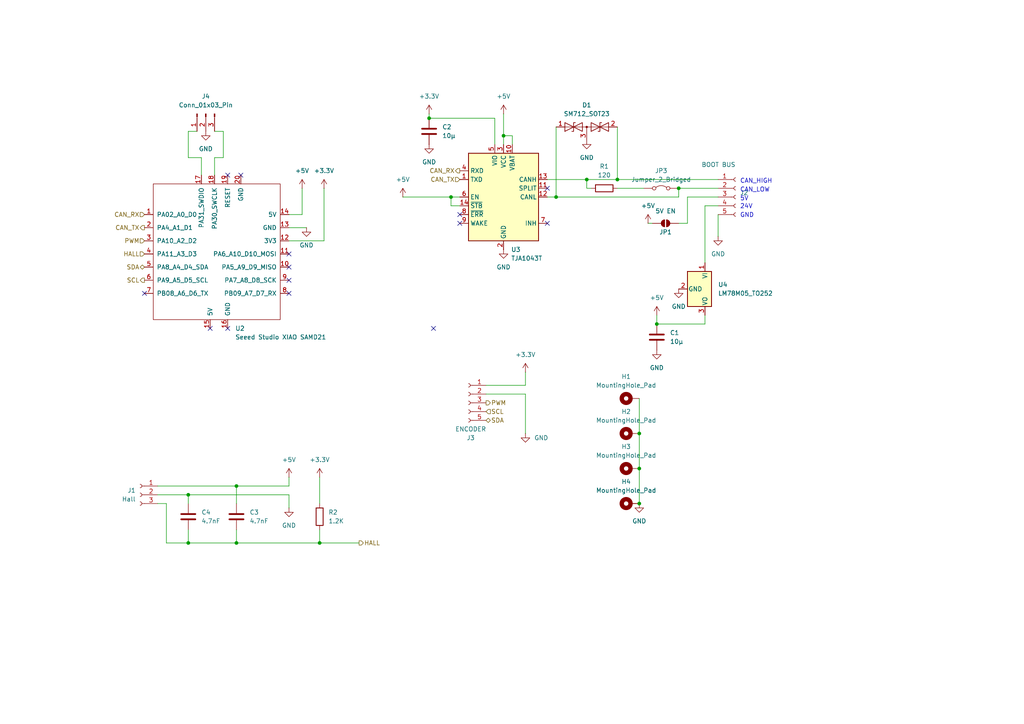
<source format=kicad_sch>
(kicad_sch (version 20231120) (generator "eeschema") (generator_version "8.0")
  (paper "A4")
  (title_block (title "WannSea Throttle Rev 1"))
  (lib_symbols
    (symbol "Connector:Conn_01x03_Pin" (pin_names (offset 1.016) hide)
      (property "Reference" "J" (at 0 5.08 0))
      (property "Value" "Conn_01x03_Pin" (at 0 -5.08 0))
      (symbol "Conn_01x03_Pin_1_1"
        (polyline (pts (xy 1.27 -2.54) (xy 0.8636 -2.54)) (stroke (width 0.1524)))
        (polyline (pts (xy 1.27 0) (xy 0.8636 0)) (stroke (width 0.1524)))
        (polyline (pts (xy 1.27 2.54) (xy 0.8636 2.54)) (stroke (width 0.1524)))
        (rectangle (start 0.8636 -2.413) (end 0 -2.667) (stroke (width 0.1524)) (fill (type outline)))
        (rectangle (start 0.8636 0.127) (end 0 -0.127) (stroke (width 0.1524)) (fill (type outline)))
        (rectangle (start 0.8636 2.667) (end 0 2.413) (stroke (width 0.1524)) (fill (type outline)))
        (pin passive line (at 5.08 2.54 180) (length 3.81) (name "Pin_1") (number "1"))
        (pin passive line (at 5.08 0 180) (length 3.81) (name "Pin_2") (number "2"))
        (pin passive line (at 5.08 -2.54 180) (length 3.81) (name "Pin_3") (number "3"))
      )
    )
    (symbol "Connector:Conn_01x05_Socket" (pin_names (offset 1.016) hide)
      (property "Reference" "J" (at 0 7.62 0))
      (property "Value" "Conn_01x05_Socket" (at 0 -7.62 0))
      (symbol "Conn_01x05_Socket_1_1"
        (arc (start 0 -4.572) (mid -0.5058 -5.08) (end 0 -5.588) (stroke (width 0.1524)))
        (arc (start 0 -2.032) (mid -0.5058 -2.54) (end 0 -3.048) (stroke (width 0.1524)))
        (polyline (pts (xy -1.27 -5.08) (xy -0.508 -5.08)) (stroke (width 0.1524)))
        (polyline (pts (xy -1.27 -2.54) (xy -0.508 -2.54)) (stroke (width 0.1524)))
        (polyline (pts (xy -1.27 0) (xy -0.508 0)) (stroke (width 0.1524)))
        (polyline (pts (xy -1.27 2.54) (xy -0.508 2.54)) (stroke (width 0.1524)))
        (polyline (pts (xy -1.27 5.08) (xy -0.508 5.08)) (stroke (width 0.1524)))
        (arc (start 0 0.508) (mid -0.5058 0) (end 0 -0.508) (stroke (width 0.1524)))
        (arc (start 0 3.048) (mid -0.5058 2.54) (end 0 2.032) (stroke (width 0.1524)))
        (arc (start 0 5.588) (mid -0.5058 5.08) (end 0 4.572) (stroke (width 0.1524)))
        (pin passive line (at -5.08 5.08 0) (length 3.81) (name "Pin_1") (number "1"))
        (pin passive line (at -5.08 2.54 0) (length 3.81) (name "Pin_2") (number "2"))
        (pin passive line (at -5.08 0 0) (length 3.81) (name "Pin_3") (number "3"))
        (pin passive line (at -5.08 -2.54 0) (length 3.81) (name "Pin_4") (number "4"))
        (pin passive line (at -5.08 -5.08 0) (length 3.81) (name "Pin_5") (number "5"))
      )
    )
    (symbol "Device:C" (pin_numbers hide) (pin_names (offset 0.254))
      (property "Reference" "C" (at 0.635 2.54 0))
      (property "Value" "C" (at 0.635 -2.54 0))
      (symbol "C_0_1"
        (polyline (pts (xy -2.032 -0.762) (xy 2.032 -0.762)) (stroke (width 0.508)))
        (polyline (pts (xy -2.032 0.762) (xy 2.032 0.762)) (stroke (width 0.508)))
      )
      (symbol "C_1_1"
        (pin passive line (at 0 3.81 270) (length 2.794) (name "~") (number "1"))
        (pin passive line (at 0 -3.81 90) (length 2.794) (name "~") (number "2"))
      )
    )
    (symbol "Device:R" (pin_numbers hide) (pin_names (offset 0))
      (property "Reference" "R" (at 2.032 0 90))
      (property "Value" "R" (at 0 0 90))
      (symbol "R_0_1"
        (rectangle (start -1.016 -2.54) (end 1.016 2.54) (stroke (width 0.254)))
      )
      (symbol "R_1_1"
        (pin passive line (at 0 3.81 270) (length 1.27) (name "~") (number "1"))
        (pin passive line (at 0 -3.81 90) (length 1.27) (name "~") (number "2"))
      )
    )
    (symbol "Diode:SM712_SOT23" (pin_names (offset 1.016) hide)
      (property "Reference" "D" (at 0 4.445 0))
      (property "Value" "SM712_SOT23" (at 0 2.54 0))
      (symbol "SM712_SOT23_0_0"
        (polyline (pts (xy 0 -1.27) (xy 0 0)))
      )
      (symbol "SM712_SOT23_0_1"
        (polyline (pts (xy -6.35 0) (xy 6.35 0)))
        (polyline (pts (xy -3.302 1.27) (xy -3.81 1.27) (xy -3.81 -1.27) (xy -4.318 -1.27)) (stroke (width 0.2032)))
        (polyline (pts (xy 4.318 1.27) (xy 3.81 1.27) (xy 3.81 -1.27) (xy 3.302 -1.27)) (stroke (width 0.2032)))
        (polyline (pts (xy -6.35 -1.27) (xy -1.27 1.27) (xy -1.27 -1.27) (xy -6.35 1.27) (xy -6.35 -1.27)) (stroke (width 0.2032)))
        (polyline (pts (xy 1.27 -1.27) (xy 1.27 1.27) (xy 6.35 -1.27) (xy 6.35 1.27) (xy 1.27 -1.27)) (stroke (width 0.2032)))
        (circle (center 0 0) (radius 0.254) (fill (type outline)))
      )
      (symbol "SM712_SOT23_1_1"
        (pin passive line (at -8.89 0 0) (length 2.54) (name "A1") (number "1"))
        (pin passive line (at 8.89 0 180) (length 2.54) (name "A2") (number "2"))
        (pin input line (at 0 -3.81 90) (length 2.54) (name "common") (number "3"))
      )
    )
    (symbol "Jumper:Jumper_2_Bridged" (pin_numbers hide) (pin_names (offset 0) hide) (exclude_from_sim yes)
      (property "Reference" "JP" (at 0 1.905 0))
      (property "Value" "Jumper_2_Bridged" (at 0 -2.54 0))
      (symbol "Jumper_2_Bridged_0_0"
        (circle (center -2.032 0) (radius 0.508))
        (circle (center 2.032 0) (radius 0.508))
      )
      (symbol "Jumper_2_Bridged_0_1"
        (arc (start 1.524 0.254) (mid 0 0.762) (end -1.524 0.254))
      )
      (symbol "Jumper_2_Bridged_1_1"
        (pin passive line (at -5.08 0 0) (length 2.54) (name "A") (number "1"))
        (pin passive line (at 5.08 0 180) (length 2.54) (name "B") (number "2"))
      )
    )
    (symbol "Jumper:SolderJumper_2_Open" (pin_numbers hide) (pin_names (offset 0) hide) (exclude_from_sim yes) (in_bom no)
      (property "Reference" "JP" (at 0 2.032 0))
      (property "Value" "SolderJumper_2_Open" (at 0 -2.54 0))
      (symbol "SolderJumper_2_Open_0_1"
        (arc (start -0.254 1.016) (mid -1.2656 0) (end -0.254 -1.016))
        (arc (start -0.254 1.016) (mid -1.2656 0) (end -0.254 -1.016) (fill (type outline)))
        (polyline (pts (xy -0.254 1.016) (xy -0.254 -1.016)))
        (polyline (pts (xy 0.254 1.016) (xy 0.254 -1.016)))
        (arc (start 0.254 -1.016) (mid 1.2656 0) (end 0.254 1.016))
        (arc (start 0.254 -1.016) (mid 1.2656 0) (end 0.254 1.016) (fill (type outline)))
      )
      (symbol "SolderJumper_2_Open_1_1"
        (pin passive line (at -3.81 0 0) (length 2.54) (name "A") (number "1"))
        (pin passive line (at 3.81 0 180) (length 2.54) (name "B") (number "2"))
      )
    )
    (symbol "Mechanical:MountingHole_Pad" (pin_numbers hide) (pin_names (offset 1.016) hide) (exclude_from_sim yes) (in_bom no)
      (property "Reference" "H" (at 0 6.35 0))
      (property "Value" "MountingHole_Pad" (at 0 4.445 0))
      (symbol "MountingHole_Pad_0_1"
        (circle (center 0 1.27) (radius 1.27) (stroke (width 1.27)))
      )
      (symbol "MountingHole_Pad_1_1"
        (pin input line (at 0 -2.54 90) (length 2.54) (name "1") (number "1"))
      )
    )
    (symbol "Regulator_Linear:LM78M05_TO252" (pin_names (offset 0.254))
      (property "Reference" "U" (at -3.81 3.175 0))
      (property "Value" "LM78M05_TO252" (at 0 3.175 0))
      (symbol "LM78M05_TO252_0_1"
        (rectangle (start -5.08 1.905) (end 5.08 -5.08) (stroke (width 0.254)) (fill (type background)))
      )
      (symbol "LM78M05_TO252_1_1"
        (pin power_in line (at -7.62 0 0) (length 2.54) (name "VI") (number "1"))
        (pin power_in line (at 0 -7.62 90) (length 2.54) (name "GND") (number "2"))
        (pin power_out line (at 7.62 0 180) (length 2.54) (name "VO") (number "3"))
      )
    )
    (symbol "gashebel_custom:Conn_01x03_Socket_Hall" (pin_names (offset 1.016) hide)
      (property "Reference" "J1" (at 1.27 1.2701 0))
      (property "Value" "Hall" (at 1.27 -1.2699 0))
      (symbol "Conn_01x03_Socket_Hall_1_1"
        (arc (start 0 -2.032) (mid -0.5058 -2.54) (end 0 -3.048) (stroke (width 0.1524)))
        (polyline (pts (xy -1.27 -2.54) (xy -0.508 -2.54)) (stroke (width 0.1524)))
        (polyline (pts (xy -1.27 0) (xy -0.508 0)) (stroke (width 0.1524)))
        (polyline (pts (xy -1.27 2.54) (xy -0.508 2.54)) (stroke (width 0.1524)))
        (arc (start 0 0.508) (mid -0.5058 0) (end 0 -0.508) (stroke (width 0.1524)))
        (arc (start 0 3.048) (mid -0.5058 2.54) (end 0 2.032) (stroke (width 0.1524)))
        (pin power_in line (at -5.08 2.54 0) (length 3.81) (name "Pin_1") (number "1"))
        (pin power_in line (at -5.08 0 0) (length 3.81) (name "Pin_2") (number "2"))
        (pin output line (at -5.08 -2.54 0) (length 3.81) (name "Pin_3") (number "3"))
      )
    )
    (symbol "gashebel_custom:Conn_01x05_Socket_1_Boot_Bus" (pin_names (offset 1.016) hide)
      (property "Reference" "J2" (at 1.27 1.2701 0))
      (property "Value" "BOOT BUS" (at -9.906 9.398 0))
      (symbol "Conn_01x05_Socket_1_Boot_Bus_1_1"
        (arc (start 0 -4.572) (mid -0.5058 -5.08) (end 0 -5.588) (stroke (width 0.1524)))
        (arc (start 0 -2.032) (mid -0.5058 -2.54) (end 0 -3.048) (stroke (width 0.1524)))
        (polyline (pts (xy -1.27 -5.08) (xy -0.508 -5.08)) (stroke (width 0.1524)))
        (polyline (pts (xy -1.27 -2.54) (xy -0.508 -2.54)) (stroke (width 0.1524)))
        (polyline (pts (xy -1.27 0) (xy -0.508 0)) (stroke (width 0.1524)))
        (polyline (pts (xy -1.27 2.54) (xy -0.508 2.54)) (stroke (width 0.1524)))
        (polyline (pts (xy -1.27 5.08) (xy -0.508 5.08)) (stroke (width 0.1524)))
        (arc (start 0 0.508) (mid -0.5058 0) (end 0 -0.508) (stroke (width 0.1524)))
        (arc (start 0 3.048) (mid -0.5058 2.54) (end 0 2.032) (stroke (width 0.1524)))
        (arc (start 0 5.588) (mid -0.5058 5.08) (end 0 4.572) (stroke (width 0.1524)))
        (pin passive line (at -5.08 5.08 0) (length 3.81) (name "Pin_1") (number "1"))
        (pin passive line (at -5.08 2.54 0) (length 3.81) (name "Pin_2") (number "2"))
        (pin power_out line (at -5.08 0 0) (length 3.81) (name "Pin_3") (number "3"))
        (pin power_out line (at -5.08 -2.54 0) (length 3.81) (name "Pin_4") (number "4"))
        (pin power_out line (at -5.08 -5.08 0) (length 3.81) (name "Pin_5") (number "5"))
      )
    )
    (symbol "gashebel_custom:Seeed_Studio_XIAO_SAMD21" (pin_names (offset 1.016))
      (property "Reference" "U2" (at 4.7341 -21.59 0))
      (property "Value" "Seeed_Studio_XIAO_SAMD21" (at 4.7341 -24.13 0))
      (symbol "Seeed_Studio_XIAO_SAMD21_0_1"
        (rectangle (start -19.05 20.32) (end 17.78 -19.05))
      )
      (symbol "Seeed_Studio_XIAO_SAMD21_1_1"
        (pin input line (at -21.59 11.43 0) (length 2.54) (name "PA02_A0_D0") (number "1"))
        (pin unspecified line (at 20.32 -3.81 180) (length 2.54) (name "PA5_A9_D9_MISO") (number "10"))
        (pin unspecified line (at 20.32 0 180) (length 2.54) (name "PA6_A10_D10_MOSI") (number "11"))
        (pin power_out line (at 20.32 3.81 180) (length 2.54) (name "3V3") (number "12"))
        (pin power_in line (at 20.32 7.62 180) (length 2.54) (name "GND") (number "13"))
        (pin power_in line (at 20.32 11.43 180) (length 2.54) (name "5V") (number "14"))
        (pin power_in line (at -2.54 -21.59 90) (length 2.54) (name "5V") (number "15"))
        (pin power_in line (at 2.54 -21.59 90) (length 2.54) (name "GND") (number "16"))
        (pin input line (at -5.08 22.86 270) (length 2.54) (name "PA31_SWDIO") (number "17"))
        (pin input line (at -1.27 22.86 270) (length 2.54) (name "PA30_SWCLK") (number "18"))
        (pin input line (at 2.54 22.86 270) (length 2.54) (name "RESET") (number "19"))
        (pin output line (at -21.59 7.62 0) (length 2.54) (name "PA4_A1_D1") (number "2"))
        (pin power_in line (at 6.35 22.86 270) (length 2.54) (name "GND") (number "20"))
        (pin input line (at -21.59 3.81 0) (length 2.54) (name "PA10_A2_D2") (number "3"))
        (pin input line (at -21.59 0 0) (length 2.54) (name "PA11_A3_D3") (number "4"))
        (pin bidirectional line (at -21.59 -3.81 0) (length 2.54) (name "PA8_A4_D4_SDA") (number "5"))
        (pin output line (at -21.59 -7.62 0) (length 2.54) (name "PA9_A5_D5_SCL") (number "6"))
        (pin unspecified line (at -21.59 -11.43 0) (length 2.54) (name "PB08_A6_D6_TX") (number "7"))
        (pin unspecified line (at 20.32 -11.43 180) (length 2.54) (name "PB09_A7_D7_RX") (number "8"))
        (pin unspecified line (at 20.32 -7.62 180) (length 2.54) (name "PA7_A8_D8_SCK") (number "9"))
      )
    )
    (symbol "power:+3.3V" (power) (pin_numbers hide) (pin_names (offset 0) hide)
      (property "Value" "+3.3V" (at 0 3.556 0))
      (symbol "+3.3V_0_1"
        (polyline (pts (xy -0.762 1.27) (xy 0 2.54)))
        (polyline (pts (xy 0 0) (xy 0 2.54)))
        (polyline (pts (xy 0 2.54) (xy 0.762 1.27)))
      )
      (symbol "+3.3V_1_1"
        (pin power_in line (at 0 0 90) (length 0) (name "~") (number "1"))
      )
    )
    (symbol "power:+5V" (power) (pin_numbers hide) (pin_names (offset 0) hide)
      (property "Value" "+5V" (at 0 3.556 0))
      (symbol "+5V_0_1"
        (polyline (pts (xy -0.762 1.27) (xy 0 2.54)))
        (polyline (pts (xy 0 0) (xy 0 2.54)))
        (polyline (pts (xy 0 2.54) (xy 0.762 1.27)))
      )
      (symbol "+5V_1_1"
        (pin power_in line (at 0 0 90) (length 0) (name "~") (number "1"))
      )
    )
    (symbol "power:GND" (power) (pin_numbers hide) (pin_names (offset 0) hide)
      (property "Value" "GND" (at 0 -3.81 0))
      (symbol "GND_0_1"
        (polyline (pts (xy 0 0) (xy 0 -1.27) (xy 1.27 -1.27) (xy 0 -2.54) (xy -1.27 -1.27) (xy 0 -1.27)))
      )
      (symbol "GND_1_1"
        (pin power_in line (at 0 0 270) (length 0) (name "~") (number "1"))
      )
    )
    (symbol "wannsea:TJA1043T"
      (property "Reference" "U26" (at 2.0194 -15.24 0))
      (property "Value" "TJA1043T" (at 2.0194 -17.78 0))
      (symbol "TJA1043T_0_1"
        (rectangle (start -10.16 12.7) (end 10.16 -12.7) (stroke (width 0.254)) (fill (type background)))
      )
      (symbol "TJA1043T_1_1"
        (pin input line (at -12.7 5.08 0) (length 2.54) (name "TXD") (number "1"))
        (pin passive line (at 2.54 15.24 270) (length 2.54) (name "VBAT") (number "10"))
        (pin output line (at 12.7 2.54 180) (length 2.54) (name "SPLIT") (number "11"))
        (pin bidirectional line (at 12.7 0 180) (length 2.54) (name "CANL") (number "12"))
        (pin bidirectional line (at 12.7 5.08 180) (length 2.54) (name "CANH") (number "13"))
        (pin input line (at -12.7 -2.54 0) (length 2.54) (name "~{STB}") (number "14"))
        (pin passive line (at 0 -15.24 90) (length 2.54) (name "GND") (number "2"))
        (pin passive line (at 0 15.24 270) (length 2.54) (name "VCC") (number "3"))
        (pin output line (at -12.7 7.62 0) (length 2.54) (name "RXD") (number "4"))
        (pin passive line (at -2.54 15.24 270) (length 2.54) (name "VIO") (number "5"))
        (pin input line (at -12.7 0 0) (length 2.54) (name "EN") (number "6"))
        (pin open_emitter line (at 12.7 -7.62 180) (length 2.54) (name "INH") (number "7"))
        (pin output line (at -12.7 -5.08 0) (length 2.54) (name "~{ERR}") (number "8"))
        (pin input line (at -12.7 -7.62 0) (length 2.54) (name "WAKE") (number "9"))
      )
    )
  )
  (junction (at 124.46 34.29))
  (junction (at 68.58 140.97))
  (junction (at 92.71 157.48))
  (junction (at 68.58 157.48))
  (junction (at 179.07 52.07))
  (junction (at 185.42 135.89))
  (junction (at 54.61 157.48))
  (junction (at 54.61 143.51))
  (junction (at 185.42 125.73))
  (junction (at 170.18 52.07))
  (junction (at 185.42 146.05))
  (junction (at 190.5 93.98))
  (junction (at 196.85 54.61))
  (junction (at 146.05 39.37))
  (junction (at 130.81 57.15))
  (junction (at 161.29 57.15))
  (no_connect (at 66.04 50.8))
  (no_connect (at 69.85 50.8))
  (no_connect (at 83.82 85.09))
  (no_connect (at 158.75 54.61))
  (no_connect (at 66.04 95.25))
  (no_connect (at 133.35 64.77))
  (no_connect (at 83.82 77.47))
  (no_connect (at 158.75 64.77))
  (no_connect (at 125.73 95.25))
  (no_connect (at 133.35 62.23))
  (no_connect (at 83.82 81.28))
  (no_connect (at 83.82 73.66))
  (no_connect (at 41.91 85.09))
  (no_connect (at 60.96 95.25))
  (wire (pts (xy 58.42 45.72) (xy 54.61 45.72)))
  (wire (pts (xy 83.82 66.04) (xy 88.9 66.04)))
  (wire (pts (xy 83.82 140.97) (xy 83.82 138.43)))
  (wire (pts (xy 185.42 125.73) (xy 185.42 135.89)))
  (wire (pts (xy 45.72 143.51) (xy 54.61 143.51)))
  (wire (pts (xy 48.26 146.05) (xy 45.72 146.05)))
  (wire (pts (xy 64.77 38.1) (xy 64.77 45.72)))
  (wire (pts (xy 208.28 57.15) (xy 199.39 57.15)))
  (wire (pts (xy 158.75 52.07) (xy 170.18 52.07)))
  (wire (pts (xy 152.4 114.3) (xy 152.4 125.73)))
  (wire (pts (xy 68.58 140.97) (xy 68.58 146.05)))
  (wire (pts (xy 140.97 111.76) (xy 152.4 111.76)))
  (wire (pts (xy 64.77 38.1) (xy 62.23 38.1)))
  (wire (pts (xy 148.59 39.37) (xy 146.05 39.37)))
  (wire (pts (xy 199.39 57.15) (xy 199.39 64.77)))
  (wire (pts (xy 196.85 57.15) (xy 161.29 57.15)))
  (wire (pts (xy 92.71 157.48) (xy 104.14 157.48)))
  (wire (pts (xy 190.5 93.98) (xy 190.5 91.44)))
  (wire (pts (xy 54.61 38.1) (xy 54.61 45.72)))
  (wire (pts (xy 204.47 93.98) (xy 204.47 91.44)))
  (wire (pts (xy 54.61 143.51) (xy 83.82 143.51)))
  (wire (pts (xy 170.18 54.61) (xy 171.45 54.61)))
  (wire (pts (xy 54.61 146.05) (xy 54.61 143.51)))
  (wire (pts (xy 161.29 57.15) (xy 158.75 57.15)))
  (wire (pts (xy 45.72 140.97) (xy 68.58 140.97)))
  (wire (pts (xy 140.97 114.3) (xy 152.4 114.3)))
  (wire (pts (xy 83.82 69.85) (xy 93.98 69.85)))
  (wire (pts (xy 204.47 59.69) (xy 204.47 76.2)))
  (wire (pts (xy 179.07 54.61) (xy 186.69 54.61)))
  (wire (pts (xy 54.61 38.1) (xy 57.15 38.1)))
  (wire (pts (xy 48.26 157.48) (xy 54.61 157.48)))
  (wire (pts (xy 54.61 157.48) (xy 54.61 153.67)))
  (wire (pts (xy 130.81 59.69) (xy 133.35 59.69)))
  (wire (pts (xy 48.26 157.48) (xy 48.26 146.05)))
  (wire (pts (xy 87.63 54.61) (xy 87.63 62.23)))
  (wire (pts (xy 170.18 52.07) (xy 179.07 52.07)))
  (wire (pts (xy 196.85 54.61) (xy 196.85 57.15)))
  (wire (pts (xy 179.07 52.07) (xy 208.28 52.07)))
  (wire (pts (xy 116.84 57.15) (xy 130.81 57.15)))
  (wire (pts (xy 62.23 45.72) (xy 62.23 50.8)))
  (wire (pts (xy 196.85 64.77) (xy 199.39 64.77)))
  (wire (pts (xy 148.59 41.91) (xy 148.59 39.37)))
  (wire (pts (xy 152.4 111.76) (xy 152.4 107.95)))
  (wire (pts (xy 54.61 157.48) (xy 68.58 157.48)))
  (wire (pts (xy 83.82 143.51) (xy 83.82 147.32)))
  (wire (pts (xy 64.77 45.72) (xy 62.23 45.72)))
  (wire (pts (xy 130.81 57.15) (xy 130.81 59.69)))
  (wire (pts (xy 190.5 93.98) (xy 204.47 93.98)))
  (wire (pts (xy 124.46 33.02) (xy 124.46 34.29)))
  (wire (pts (xy 92.71 153.67) (xy 92.71 157.48)))
  (wire (pts (xy 58.42 45.72) (xy 58.42 50.8)))
  (wire (pts (xy 124.46 34.29) (xy 143.51 34.29)))
  (wire (pts (xy 187.96 64.77) (xy 189.23 64.77)))
  (wire (pts (xy 87.63 62.23) (xy 83.82 62.23)))
  (wire (pts (xy 185.42 135.89) (xy 185.42 146.05)))
  (wire (pts (xy 146.05 33.02) (xy 146.05 39.37)))
  (wire (pts (xy 130.81 57.15) (xy 133.35 57.15)))
  (wire (pts (xy 208.28 68.58) (xy 208.28 62.23)))
  (wire (pts (xy 93.98 69.85) (xy 93.98 54.61)))
  (wire (pts (xy 161.29 36.83) (xy 161.29 57.15)))
  (wire (pts (xy 68.58 157.48) (xy 92.71 157.48)))
  (wire (pts (xy 143.51 34.29) (xy 143.51 41.91)))
  (wire (pts (xy 185.42 115.57) (xy 185.42 125.73)))
  (wire (pts (xy 170.18 52.07) (xy 170.18 54.61)))
  (wire (pts (xy 146.05 39.37) (xy 146.05 41.91)))
  (wire (pts (xy 92.71 138.43) (xy 92.71 146.05)))
  (wire (pts (xy 179.07 36.83) (xy 179.07 52.07)))
  (wire (pts (xy 68.58 140.97) (xy 83.82 140.97)))
  (wire (pts (xy 204.47 59.69) (xy 208.28 59.69)))
  (wire (pts (xy 68.58 153.67) (xy 68.58 157.48)))
  (wire (pts (xy 196.85 54.61) (xy 208.28 54.61)))
  (text "CAN_HIGH" (at 214.63 53.34 0) (effects (font (size 1.27 1.27)) (justify left bottom)))
  (text "CAN_LOW\n" (at 214.63 55.88 0) (effects (font (size 1.27 1.27)) (justify left bottom)))
  (text "24V\n" (at 214.63 60.706 0) (effects (font (size 1.27 1.27)) (justify left bottom)))
  (text "GND\n" (at 214.63 63.246 0) (effects (font (size 1.27 1.27)) (justify left bottom)))
  (text "5V\n" (at 214.63 58.42 0) (effects (font (size 1.27 1.27)) (justify left bottom)))
  (hierarchical_label "SDA" (shape bidirectional) (at 41.91 77.47 180))
  (hierarchical_label "HALL" (shape input) (at 41.91 73.66 180))
  (hierarchical_label "CAN_RX" (shape output) (at 133.35 49.53 180))
  (hierarchical_label "SDA" (shape bidirectional) (at 140.97 121.92 0))
  (hierarchical_label "CAN_TX" (shape input) (at 133.35 52.07 180))
  (hierarchical_label "SCL" (shape output) (at 41.91 81.28 180))
  (hierarchical_label "CAN_RX" (shape input) (at 41.91 62.23 180))
  (hierarchical_label "HALL" (shape output) (at 104.14 157.48 0))
  (hierarchical_label "PWM" (shape input) (at 41.91 69.85 180))
  (hierarchical_label "SCL" (shape input) (at 140.97 119.38 0))
  (hierarchical_label "CAN_TX" (shape output) (at 41.91 66.04 180))
  (hierarchical_label "PWM" (shape output) (at 140.97 116.84 0))
  (symbol (lib_id "power:+3.3V") (at 124.46 33.02 0) (unit 1)
    (property "Reference" "#PWR08" (effects (hide yes)))
    (property "Value" "+3.3V" (at 124.46 27.94 0))
    (property "Description" "Power symbol creates a global label with name \"+3.3V\"" (effects (hide yes)))
  )
  (symbol (lib_id "Connector:Conn_01x03_Pin") (at 59.69 33.02 90) (mirror x) (unit 1)
    (property "Reference" "J4" (at 59.69 27.94 90))
    (property "Value" "Conn_01x03_Pin" (at 59.69 30.48 90))
    (property "Footprint" "Connector_PinHeader_2.54mm:PinHeader_1x03_P2.54mm_Vertical" (effects (hide yes)))
    (property "Description" "Generic connector, single row, 01x03, script generated" (effects (hide yes)))
  )
  (symbol (lib_id "Device:C") (at 54.61 149.86 0) (unit 1)
    (property "Reference" "C4" (at 58.42 148.59 0) (effects (justify left)))
    (property "Value" "4.7nF" (at 58.42 151.13 0) (effects (justify left)))
    (property "Footprint" "Capacitor_SMD:C_1206_3216Metric_Pad1.33x1.80mm_HandSolder" (effects (hide yes)))
    (property "Description" "Unpolarized capacitor" (effects (hide yes)))
  )
  (symbol (lib_id "Mechanical:MountingHole_Pad") (at 182.88 125.73 90) (unit 1) (exclude_from_sim yes) (in_bom no)
    (property "Reference" "H2" (at 181.61 119.38 90))
    (property "Value" "MountingHole_Pad" (at 181.61 121.92 90))
    (property "Footprint" "MountingHole:MountingHole_3.2mm_M3_Pad_TopBottom" (effects (hide yes)))
    (property "Description" "Mounting Hole with connection" (effects (hide yes)))
  )
  (symbol (lib_id "power:GND") (at 208.28 68.58 0) (unit 1)
    (property "Reference" "#PWR01" (effects (hide yes)))
    (property "Value" "GND" (at 208.28 73.66 0))
    (property "Description" "Power symbol creates a global label with name \"GND\" , ground" (effects (hide yes)))
  )
  (symbol (lib_id "power:+3.3V") (at 93.98 54.61 0) (unit 1)
    (property "Reference" "#PWR09" (effects (hide yes)))
    (property "Value" "+3.3V" (at 93.98 49.53 0))
    (property "Description" "Power symbol creates a global label with name \"+3.3V\"" (effects (hide yes)))
  )
  (symbol (lib_id "power:+3.3V") (at 92.71 138.43 0) (unit 1)
    (property "Reference" "#PWR017" (effects (hide yes)))
    (property "Value" "+3.3V" (at 92.71 133.35 0))
    (property "Description" "Power symbol creates a global label with name \"+3.3V\"" (effects (hide yes)))
  )
  (symbol (lib_id "power:+5V") (at 190.5 91.44 0) (unit 1)
    (property "Reference" "#PWR03" (effects (hide yes)))
    (property "Value" "+5V" (at 190.5 86.36 0))
    (property "Description" "Power symbol creates a global label with name \"+5V\"" (effects (hide yes)))
  )
  (symbol (lib_id "Device:R") (at 92.71 149.86 0) (unit 1)
    (property "Reference" "R2" (at 95.25 148.5899 0) (effects (justify left)))
    (property "Value" "1.2K" (at 95.25 151.1299 0) (effects (justify left)))
    (property "Footprint" "Resistor_SMD:R_1206_3216Metric_Pad1.30x1.75mm_HandSolder" (effects (hide yes)))
    (property "Description" "Resistor" (effects (hide yes)))
  )
  (symbol (lib_id "power:GND") (at 196.85 83.82 0) (unit 1)
    (property "Reference" "#PWR02" (effects (hide yes)))
    (property "Value" "GND" (at 196.85 88.9 0))
    (property "Description" "Power symbol creates a global label with name \"GND\" , ground" (effects (hide yes)))
  )
  (symbol (lib_id "Mechanical:MountingHole_Pad") (at 182.88 135.89 90) (unit 1) (exclude_from_sim yes) (in_bom no)
    (property "Reference" "H3" (at 181.61 129.54 90))
    (property "Value" "MountingHole_Pad" (at 181.61 132.08 90))
    (property "Footprint" "MountingHole:MountingHole_3.2mm_M3_Pad_TopBottom" (effects (hide yes)))
    (property "Description" "Mounting Hole with connection" (effects (hide yes)))
  )
  (symbol (lib_id "power:+5V") (at 87.63 54.61 0) (unit 1)
    (property "Reference" "#PWR011" (effects (hide yes)))
    (property "Value" "+5V" (at 87.63 49.53 0))
    (property "Description" "Power symbol creates a global label with name \"+5V\"" (effects (hide yes)))
  )
  (symbol (lib_id "Device:C") (at 190.5 97.79 0) (unit 1)
    (property "Reference" "C1" (at 194.31 96.5199 0) (effects (justify left)))
    (property "Value" "10µ" (at 194.31 99.0599 0) (effects (justify left)))
    (property "Footprint" "Capacitor_SMD:C_1206_3216Metric_Pad1.33x1.80mm_HandSolder" (effects (hide yes)))
    (property "Description" "Unpolarized capacitor" (effects (hide yes)))
  )
  (symbol (lib_id "power:+3.3V") (at 152.4 107.95 0) (mirror y) (unit 1)
    (property "Reference" "#PWR021" (effects (hide yes)))
    (property "Value" "+3.3V" (at 152.4 102.87 0))
    (property "Description" "Power symbol creates a global label with name \"+3.3V\"" (effects (hide yes)))
  )
  (symbol (lib_id "Diode:SM712_SOT23") (at 170.18 36.83 0) (unit 1)
    (property "Reference" "D1" (at 170.18 30.48 0))
    (property "Value" "SM712_SOT23" (at 170.18 33.02 0))
    (property "Footprint" "Package_TO_SOT_SMD:SOT-23" (effects (hide yes)))
    (property "Datasheet" "https://www.littelfuse.com/~/media/electronics/datasheets/tvs_diode_arrays/littelfuse_tvs_diode_array_sm712_datasheet.pdf.pdf" (effects (hide yes)))
    (property "Description" "7V/12V, 600W Asymmetrical TVS Diode Array, SOT-23" (effects (hide yes)))
  )
  (symbol (lib_id "Mechanical:MountingHole_Pad") (at 182.88 146.05 90) (unit 1) (exclude_from_sim yes) (in_bom no)
    (property "Reference" "H4" (at 181.61 139.7 90))
    (property "Value" "MountingHole_Pad" (at 181.61 142.24 90))
    (property "Footprint" "MountingHole:MountingHole_3.2mm_M3_Pad_TopBottom" (effects (hide yes)))
    (property "Description" "Mounting Hole with connection" (effects (hide yes)))
  )
  (symbol (lib_id "wannsea:TJA1043T") (at 146.05 57.15 0) (unit 1)
    (property "Reference" "U3" (at 148.2441 72.39 0) (effects (justify left)))
    (property "Value" "TJA1043T" (at 148.2441 74.93 0) (effects (justify left)))
    (property "Footprint" "Package_SO:SOIC-14_3.9x8.7mm_P1.27mm" (effects (hide yes)))
    (property "Datasheet" "https://www.nxp.com/docs/en/data-sheet/TJA1043.pdf" (effects (hide yes)))
  )
  (symbol (lib_id "Device:C") (at 68.58 149.86 0) (unit 1)
    (property "Reference" "C3" (at 72.39 148.5899 0) (effects (justify left)))
    (property "Value" "4.7nF" (at 72.39 151.1299 0) (effects (justify left)))
    (property "Footprint" "Capacitor_SMD:C_1206_3216Metric_Pad1.33x1.80mm_HandSolder" (effects (hide yes)))
    (property "Description" "Unpolarized capacitor" (effects (hide yes)))
  )
  (symbol (lib_id "Mechanical:MountingHole_Pad") (at 182.88 115.57 90) (unit 1) (exclude_from_sim yes) (in_bom no)
    (property "Reference" "H1" (at 181.61 109.22 90))
    (property "Value" "MountingHole_Pad" (at 181.61 111.76 90))
    (property "Footprint" "MountingHole:MountingHole_3.2mm_M3_Pad_TopBottom" (effects (hide yes)))
    (property "Description" "Mounting Hole with connection" (effects (hide yes)))
  )
  (symbol (lib_id "power:GND") (at 190.5 101.6 0) (unit 1)
    (property "Reference" "#PWR013" (effects (hide yes)))
    (property "Value" "GND" (at 190.5 106.68 0))
    (property "Description" "Power symbol creates a global label with name \"GND\" , ground" (effects (hide yes)))
  )
  (symbol (lib_id "power:GND") (at 185.42 146.05 0) (unit 1)
    (property "Reference" "#PWR016" (effects (hide yes)))
    (property "Value" "GND" (at 185.42 151.13 0))
    (property "Description" "Power symbol creates a global label with name \"GND\" , ground" (effects (hide yes)))
  )
  (symbol (lib_id "power:+5V") (at 187.96 64.77 0) (unit 1)
    (property "Reference" "#PWR015" (effects (hide yes)))
    (property "Value" "+5V" (at 187.96 59.69 0))
    (property "Description" "Power symbol creates a global label with name \"+5V\"" (effects (hide yes)))
  )
  (symbol (lib_id "power:GND") (at 152.4 125.73 0) (mirror y) (unit 1)
    (property "Reference" "#PWR020" (effects (hide yes)))
    (property "Value" "GND" (at 154.94 126.9999 0) (effects (justify right)))
    (property "Description" "Power symbol creates a global label with name \"GND\" , ground" (effects (hide yes)))
  )
  (symbol (lib_id "Device:R") (at 175.26 54.61 90) (unit 1)
    (property "Reference" "R1" (at 175.26 48.26 90))
    (property "Value" "120" (at 175.26 50.8 90))
    (property "Footprint" "Resistor_SMD:R_1206_3216Metric_Pad1.30x1.75mm_HandSolder" (effects (hide yes)))
    (property "Description" "Resistor" (effects (hide yes)))
  )
  (symbol (lib_id "Jumper:SolderJumper_2_Open") (at 193.04 64.77 180) (unit 1) (exclude_from_sim yes) (in_bom no)
    (property "Reference" "JP1" (at 193.04 67.31 0))
    (property "Value" "5V EN" (at 193.04 61.214 0))
    (property "Footprint" "Jumper:SolderJumper-2_P1.3mm_Open_Pad1.0x1.5mm" (effects (hide yes)))
    (property "Description" "Solder Jumper, 2-pole, open" (effects (hide yes)))
  )
  (symbol (lib_id "gashebel_custom:Conn_01x03_Socket_Hall") (at 40.64 143.51 0) (mirror y) (unit 1)
    (property "Reference" "J1" (at 39.37 142.2399 0) (effects (justify left)))
    (property "Value" "Hall" (at 39.37 144.7799 0) (effects (justify left)))
    (property "Footprint" "gashebel:JST_B3B-XH-A" (effects (hide yes)))
    (property "Description" "Generic connector, single row, 01x03, script generated" (effects (hide yes)))
  )
  (symbol (lib_id "Connector:Conn_01x05_Socket") (at 135.89 116.84 0) (mirror y) (unit 1)
    (property "Reference" "J3" (at 136.525 127 0))
    (property "Value" "ENCODER" (at 136.525 124.46 0))
    (property "Footprint" "gashebel:JST_B5B-XH-A" (effects (hide yes)))
    (property "Description" "Generic connector, single row, 01x05, script generated" (effects (hide yes)))
  )
  (symbol (lib_id "power:+5V") (at 146.05 33.02 0) (unit 1)
    (property "Reference" "#PWR07" (effects (hide yes)))
    (property "Value" "+5V" (at 146.05 27.94 0))
    (property "Description" "Power symbol creates a global label with name \"+5V\"" (effects (hide yes)))
  )
  (symbol (lib_id "Device:C") (at 124.46 38.1 180) (unit 1)
    (property "Reference" "C2" (at 128.27 36.8299 0) (effects (justify right)))
    (property "Value" "10µ" (at 128.27 39.3699 0) (effects (justify right)))
    (property "Footprint" "Capacitor_SMD:C_1206_3216Metric_Pad1.33x1.80mm_HandSolder" (effects (hide yes)))
    (property "Description" "Unpolarized capacitor" (effects (hide yes)))
  )
  (symbol (lib_id "gashebel_custom:Conn_01x05_Socket_1_Boot_Bus") (at 213.36 57.15 0) (unit 1)
    (property "Reference" "J2" (at 214.63 55.8799 0) (effects (justify left)))
    (property "Value" "BOOT BUS" (at 203.454 47.752 0) (effects (justify left)))
    (property "Footprint" "gashebel:JST_B5B-XH-A" (effects (hide yes)))
    (property "Description" "Generic connector, single row, 01x05, script generated" (effects (hide yes)))
  )
  (symbol (lib_id "gashebel_custom:Seeed_Studio_XIAO_SAMD21") (at 63.5 73.66 0) (unit 1)
    (property "Reference" "U2" (at 68.2341 95.25 0) (effects (justify left)))
    (property "Value" "Seeed Studio XIAO SAMD21" (at 68.2341 97.79 0) (effects (justify left)))
    (property "Footprint" "gashebel:XIAO-SAMD21-RP2040-14P-2.54-21X17.8MM (Seeeduino XIAO)" (effects (hide yes)))
  )
  (symbol (lib_id "Jumper:Jumper_2_Bridged") (at 191.77 54.61 0) (unit 1) (exclude_from_sim yes)
    (property "Reference" "JP3" (at 191.77 49.53 0))
    (property "Value" "Jumper_2_Bridged" (at 191.77 52.07 0))
    (property "Footprint" "Connector_PinHeader_2.54mm:PinHeader_1x02_P2.54mm_Vertical" (effects (hide yes)))
    (property "Description" "Jumper, 2-pole, closed/bridged" (effects (hide yes)))
  )
  (symbol (lib_id "power:GND") (at 124.46 41.91 0) (unit 1)
    (property "Reference" "#PWR012" (effects (hide yes)))
    (property "Value" "GND" (at 124.46 46.99 0))
    (property "Description" "Power symbol creates a global label with name \"GND\" , ground" (effects (hide yes)))
  )
  (symbol (lib_id "power:+5V") (at 83.82 138.43 0) (unit 1)
    (property "Reference" "#PWR04" (effects (hide yes)))
    (property "Value" "+5V" (at 83.82 133.35 0))
    (property "Description" "Power symbol creates a global label with name \"+5V\"" (effects (hide yes)))
  )
  (symbol (lib_id "power:GND") (at 59.69 38.1 0) (unit 1)
    (property "Reference" "#PWR019" (effects (hide yes)))
    (property "Value" "GND" (at 59.69 43.18 0))
    (property "Description" "Power symbol creates a global label with name \"GND\" , ground" (effects (hide yes)))
  )
  (symbol (lib_id "power:GND") (at 88.9 66.04 0) (unit 1)
    (property "Reference" "#PWR010" (effects (hide yes)))
    (property "Value" "GND" (at 88.9 71.12 0))
    (property "Description" "Power symbol creates a global label with name \"GND\" , ground" (effects (hide yes)))
  )
  (symbol (lib_id "power:GND") (at 146.05 72.39 0) (unit 1)
    (property "Reference" "#PWR06" (effects (hide yes)))
    (property "Value" "GND" (at 146.05 77.47 0))
    (property "Description" "Power symbol creates a global label with name \"GND\" , ground" (effects (hide yes)))
  )
  (symbol (lib_id "Regulator_Linear:LM78M05_TO252") (at 204.47 83.82 270) (unit 1)
    (property "Reference" "U4" (at 208.28 82.55 90) (effects (justify left)))
    (property "Value" "LM78M05_TO252" (at 208.28 85.09 90) (effects (justify left)))
    (property "Footprint" "Package_TO_SOT_SMD:TO-252-2" (effects (hide yes)))
    (property "Datasheet" "https://www.onsemi.com/pub/Collateral/MC78M00-D.PDF" (effects (hide yes)))
    (property "Description" "Positive 500mA 35V Linear Regulator, Fixed Output 5V, TO-252 (D-PAK)" (effects (hide yes)))
  )
  (symbol (lib_id "power:+5V") (at 116.84 57.15 0) (unit 1)
    (property "Reference" "#PWR014" (effects (hide yes)))
    (property "Value" "+5V" (at 116.84 52.07 0))
    (property "Description" "Power symbol creates a global label with name \"+5V\"" (effects (hide yes)))
  )
  (symbol (lib_id "power:GND") (at 83.82 147.32 0) (unit 1)
    (property "Reference" "#PWR05" (effects (hide yes)))
    (property "Value" "GND" (at 83.82 152.4 0))
    (property "Description" "Power symbol creates a global label with name \"GND\" , ground" (effects (hide yes)))
  )
  (symbol (lib_id "power:GND") (at 170.18 40.64 0) (unit 1)
    (property "Reference" "#PWR018" (effects (hide yes)))
    (property "Value" "GND" (at 170.18 45.72 0))
    (property "Description" "Power symbol creates a global label with name \"GND\" , ground" (effects (hide yes)))
  )
)
</source>
